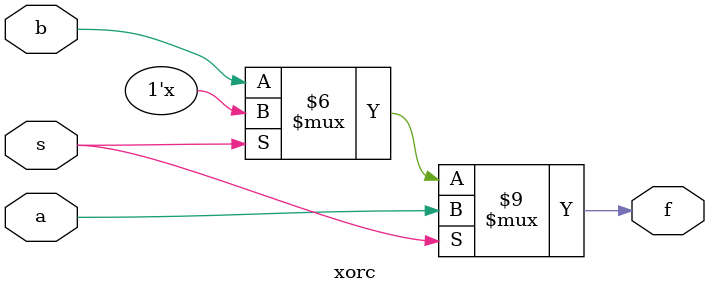
<source format=v>
module xora(a, b, s, f);
    input a, b, s;
    output f;

    wire w1, w2, w3;
    not(w1, s);
    and(w2, s, a);
    and(w3, w1, b);
    or(f, w3, w2);
endmodule

module xorb(a, b, s, f);
    input a, b, s;
    output f;

    assign f = (s&a)|((~s)&b);
endmodule

module xorc(a, b, s, f);
    input a, b, s;
    output reg f;

    always@(*)
        begin
            if (s)
                f=a;
            else if (~s)
             // redundant written to show else if clause
                f=b;
            else
                f=b;
        end

endmodule
</source>
